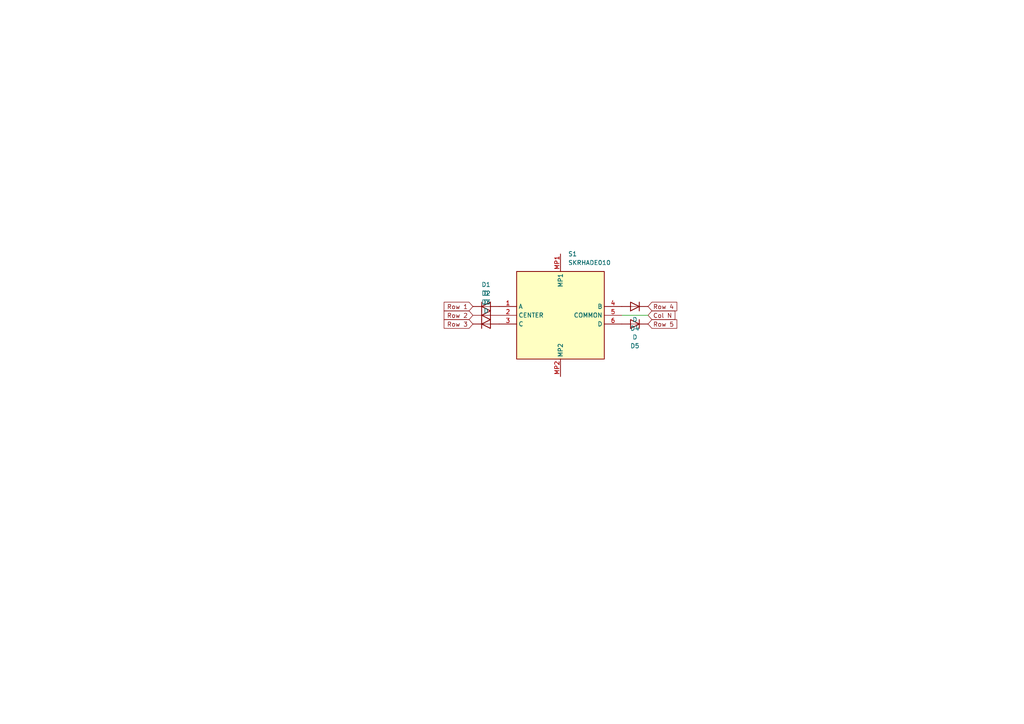
<source format=kicad_sch>
(kicad_sch (version 20231120) (generator "eeschema") (generator_version "8.0")
  (paper "A4")
  (lib_symbols
    (symbol "Device:D" (pin_numbers hide) (pin_names (offset 1.016) hide)
      (property "Reference" "D" (at 0 2.54 0))
      (property "Value" "D" (at 0 -2.54 0))
      (symbol "D_0_1"
        (polyline (pts (xy -1.27 1.27) (xy -1.27 -1.27)) (stroke (width 0.254)))
        (polyline (pts (xy 1.27 0) (xy -1.27 0)))
        (polyline (pts (xy 1.27 1.27) (xy 1.27 -1.27) (xy -1.27 0) (xy 1.27 1.27)) (stroke (width 0.254)))
      )
      (symbol "D_1_1"
        (pin passive line (at -3.81 0 0) (length 2.54) (name "K") (number "1"))
        (pin passive line (at 3.81 0 180) (length 2.54) (name "A") (number "2"))
      )
    )
    (symbol "SKRHADE010:SKRHADE010"
      (property "Reference" "S" (at 31.75 15.24 0))
      (property "Value" "SKRHADE010" (at 31.75 12.7 0))
      (symbol "SKRHADE010_1_1"
        (rectangle (start 5.08 10.16) (end 30.48 -15.24) (stroke (width 0.254)) (fill (type background)))
        (pin passive line (at 0 0 0) (length 5.08) (name "A") (number "1"))
        (pin passive line (at 0 -2.54 0) (length 5.08) (name "CENTER") (number "2"))
        (pin passive line (at 0 -5.08 0) (length 5.08) (name "C") (number "3"))
        (pin passive line (at 35.56 0 180) (length 5.08) (name "B") (number "4"))
        (pin passive line (at 35.56 -2.54 180) (length 5.08) (name "COMMON") (number "5"))
        (pin passive line (at 35.56 -5.08 180) (length 5.08) (name "D") (number "6"))
        (pin passive line (at 17.78 15.24 270) (length 5.08) (name "MP1") (number "MP1"))
        (pin passive line (at 17.78 -20.32 90) (length 5.08) (name "MP2") (number "MP2"))
      )
    )
  )
  (wire (pts (xy 187.96 91.44) (xy 180.34 91.44)))
  (global_label "Row 5" (shape input) (at 187.96 93.98 0) (property "Intersheetrefs" "${INTERSHEET_REFS}" (effects (hide yes))))
  (global_label "Row 1" (shape input) (at 137.16 88.9 180) (property "Intersheetrefs" "${INTERSHEET_REFS}" (effects (hide yes))))
  (global_label "Row 4" (shape input) (at 187.96 88.9 0) (property "Intersheetrefs" "${INTERSHEET_REFS}" (effects (hide yes))))
  (global_label "Row 2" (shape input) (at 137.16 91.44 180) (property "Intersheetrefs" "${INTERSHEET_REFS}" (effects (hide yes))))
  (global_label "Row 3" (shape input) (at 137.16 93.98 180) (property "Intersheetrefs" "${INTERSHEET_REFS}" (effects (hide yes))))
  (global_label "Col N" (shape input) (at 187.96 91.44 0) (property "Intersheetrefs" "${INTERSHEET_REFS}" (effects (hide yes))))
  (symbol (lib_id "Device:D") (at 184.15 93.98 180) (unit 1)
    (property "Reference" "D5" (at 184.15 100.33 0))
    (property "Value" "D" (at 184.15 97.79 0))
    (property "Footprint" "ScottoKeebs_Components:Diode_SOD-123" (effects (hide yes)))
    (property "Description" "Diode" (effects (hide yes)))
    (property "Sim.Device" "D" (effects (hide yes)))
    (property "Sim.Pins" "1=K 2=A" (effects (hide yes)))
  )
  (symbol (lib_id "Device:D") (at 140.97 88.9 0) (unit 1)
    (property "Reference" "D1" (at 140.97 82.55 0))
    (property "Value" "D" (at 140.97 85.09 0))
    (property "Footprint" "ScottoKeebs_Components:Diode_SOD-123" (effects (hide yes)))
    (property "Description" "Diode" (effects (hide yes)))
    (property "Sim.Device" "D" (effects (hide yes)))
    (property "Sim.Pins" "1=K 2=A" (effects (hide yes)))
  )
  (symbol (lib_id "Device:D") (at 140.97 91.44 0) (unit 1)
    (property "Reference" "D2" (at 140.97 85.09 0))
    (property "Value" "D" (at 140.97 87.63 0))
    (property "Footprint" "ScottoKeebs_Components:Diode_SOD-123" (effects (hide yes)))
    (property "Description" "Diode" (effects (hide yes)))
    (property "Sim.Device" "D" (effects (hide yes)))
    (property "Sim.Pins" "1=K 2=A" (effects (hide yes)))
  )
  (symbol (lib_id "Device:D") (at 184.15 88.9 180) (unit 1)
    (property "Reference" "D4" (at 184.15 95.25 0))
    (property "Value" "D" (at 184.15 92.71 0))
    (property "Footprint" "ScottoKeebs_Components:Diode_SOD-123" (effects (hide yes)))
    (property "Description" "Diode" (effects (hide yes)))
    (property "Sim.Device" "D" (effects (hide yes)))
    (property "Sim.Pins" "1=K 2=A" (effects (hide yes)))
  )
  (symbol (lib_id "Device:D") (at 140.97 93.98 0) (unit 1)
    (property "Reference" "D3" (at 140.97 87.63 0))
    (property "Value" "D" (at 140.97 90.17 0))
    (property "Footprint" "ScottoKeebs_Components:Diode_SOD-123" (effects (hide yes)))
    (property "Description" "Diode" (effects (hide yes)))
    (property "Sim.Device" "D" (effects (hide yes)))
    (property "Sim.Pins" "1=K 2=A" (effects (hide yes)))
  )
  (symbol (lib_id "SKRHADE010:SKRHADE010") (at 144.78 88.9 0) (unit 1)
    (property "Reference" "S1" (at 164.7541 73.66 0) (effects (justify left)))
    (property "Value" "SKRHADE010" (at 164.7541 76.2 0) (effects (justify left)))
    (property "Footprint" "footprints:SKRHADE" (effects (hide yes)))
    (property "Datasheet" "http://uk.rs-online.com/web/p/products/1239637" (effects (hide yes)))
    (property "Description" "Multi-Directional Switches 4-directn cntr push w/ boss 500K cycles" (effects (hide yes)))
    (property "Height" "5" (effects (hide yes)))
    (property "Manufacturer_Name" "ALPS Electric" (effects (hide yes)))
    (property "Manufacturer_Part_Number" "SKRHADE010" (effects (hide yes)))
    (property "Mouser Part Number" "688-SKRHAD" (effects (hide yes)))
    (property "Mouser Price/Stock" "https://www.mouser.co.uk/ProductDetail/Alps-Alpine/SKRHADE010?qs=seHrhfPpLDxlAi0Di%252BJD5Q%3D%3D" (effects (hide yes)))
  )
)
</source>
